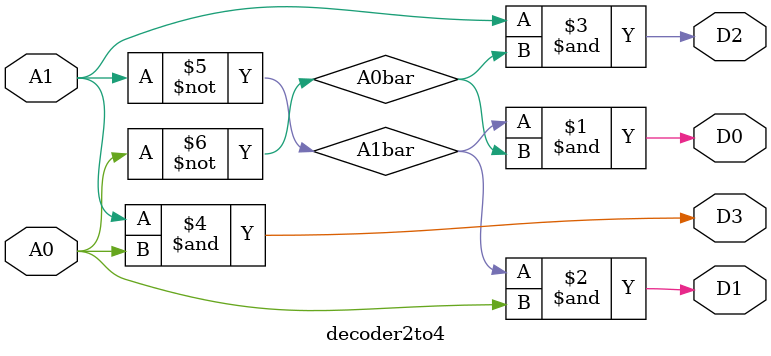
<source format=v>
module decoder2to4(A1,A0,D3,D2,D1,D0);
	output D3,D2,D1,D0;
	input 	A1,A0;
	wire A1bar,A0bar;
	not(A1bar,A1);
	not(A0bar,A0);
	and(D0,A1bar,A0bar);
	and(D1,A1bar,A0);
	and(D2,A1,A0bar);
	and(D3,A1,A0);
endmodule

</source>
